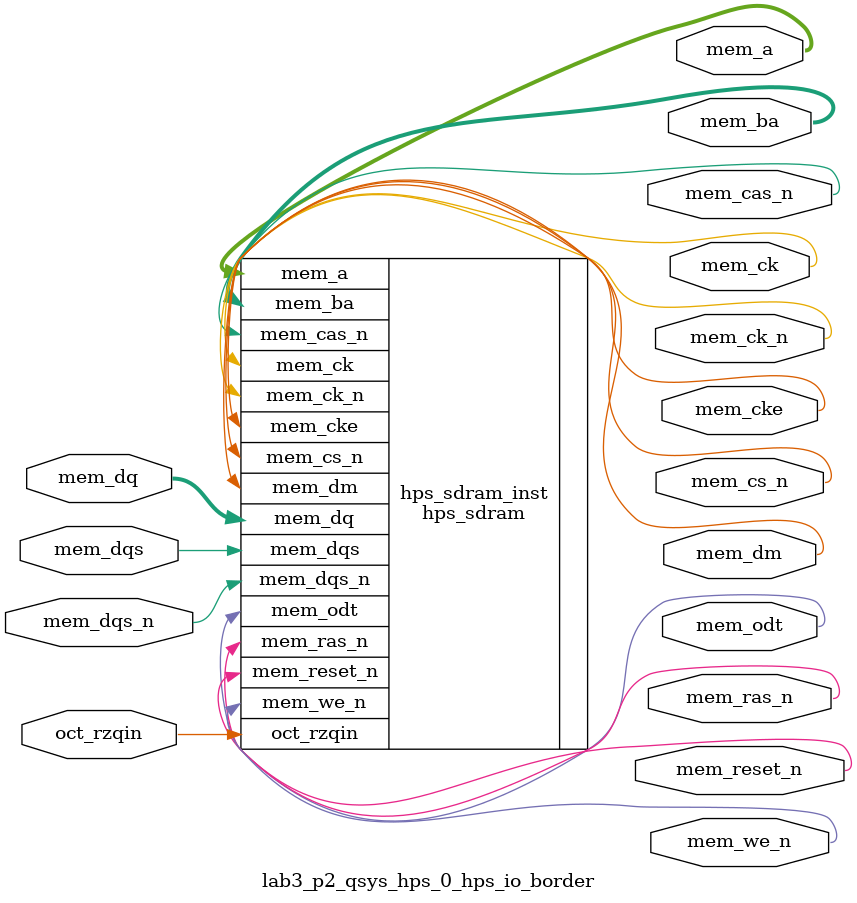
<source format=sv>


module lab3_p2_qsys_hps_0_hps_io_border(
// memory
  output wire [13 - 1 : 0 ] mem_a
 ,output wire [3 - 1 : 0 ] mem_ba
 ,output wire [1 - 1 : 0 ] mem_ck
 ,output wire [1 - 1 : 0 ] mem_ck_n
 ,output wire [1 - 1 : 0 ] mem_cke
 ,output wire [1 - 1 : 0 ] mem_cs_n
 ,output wire [1 - 1 : 0 ] mem_ras_n
 ,output wire [1 - 1 : 0 ] mem_cas_n
 ,output wire [1 - 1 : 0 ] mem_we_n
 ,output wire [1 - 1 : 0 ] mem_reset_n
 ,inout wire [8 - 1 : 0 ] mem_dq
 ,inout wire [1 - 1 : 0 ] mem_dqs
 ,inout wire [1 - 1 : 0 ] mem_dqs_n
 ,output wire [1 - 1 : 0 ] mem_odt
 ,output wire [1 - 1 : 0 ] mem_dm
 ,input wire [1 - 1 : 0 ] oct_rzqin
);


hps_sdram hps_sdram_inst(
 .mem_dq({
    mem_dq[7:0] // 7:0
  })
,.mem_odt({
    mem_odt[0:0] // 0:0
  })
,.mem_ras_n({
    mem_ras_n[0:0] // 0:0
  })
,.mem_dqs_n({
    mem_dqs_n[0:0] // 0:0
  })
,.mem_dqs({
    mem_dqs[0:0] // 0:0
  })
,.mem_dm({
    mem_dm[0:0] // 0:0
  })
,.mem_we_n({
    mem_we_n[0:0] // 0:0
  })
,.mem_cas_n({
    mem_cas_n[0:0] // 0:0
  })
,.mem_ba({
    mem_ba[2:0] // 2:0
  })
,.mem_a({
    mem_a[12:0] // 12:0
  })
,.mem_cs_n({
    mem_cs_n[0:0] // 0:0
  })
,.mem_ck({
    mem_ck[0:0] // 0:0
  })
,.mem_cke({
    mem_cke[0:0] // 0:0
  })
,.oct_rzqin({
    oct_rzqin[0:0] // 0:0
  })
,.mem_reset_n({
    mem_reset_n[0:0] // 0:0
  })
,.mem_ck_n({
    mem_ck_n[0:0] // 0:0
  })
);

endmodule


</source>
